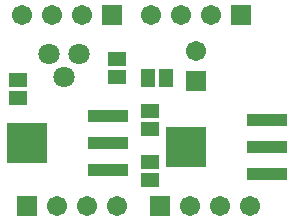
<source format=gts>
G04 Layer_Color=8388736*
%FSLAX25Y25*%
%MOIN*%
G70*
G01*
G75*
%ADD21R,0.06312X0.05131*%
%ADD22R,0.05131X0.06312*%
%ADD23R,0.13202X0.13595*%
%ADD24R,0.13202X0.04343*%
%ADD25C,0.07099*%
%ADD26C,0.06706*%
%ADD27R,0.06706X0.06706*%
%ADD28R,0.06706X0.06706*%
D21*
X424500Y149547D02*
D03*
Y155453D02*
D03*
Y132547D02*
D03*
Y138453D02*
D03*
X380500Y160047D02*
D03*
Y165953D02*
D03*
X413500Y167047D02*
D03*
Y172953D02*
D03*
D22*
X424047Y166500D02*
D03*
X429953D02*
D03*
D23*
X383516Y145000D02*
D03*
X436516Y143500D02*
D03*
D24*
X410484Y154055D02*
D03*
Y145000D02*
D03*
Y135945D02*
D03*
X463484Y152555D02*
D03*
Y143500D02*
D03*
Y134445D02*
D03*
D25*
X391000Y174500D02*
D03*
X396000Y167000D02*
D03*
X401000Y174500D02*
D03*
D26*
X440000Y175500D02*
D03*
X458000Y124000D02*
D03*
X448000D02*
D03*
X438000D02*
D03*
X382000Y187500D02*
D03*
X392000D02*
D03*
X402000D02*
D03*
X413500Y124000D02*
D03*
X403500D02*
D03*
X393500D02*
D03*
X425000Y187500D02*
D03*
X435000D02*
D03*
X445000D02*
D03*
D27*
X440000Y165500D02*
D03*
D28*
X428000Y124000D02*
D03*
X412000Y187500D02*
D03*
X383500Y124000D02*
D03*
X455000Y187500D02*
D03*
M02*

</source>
